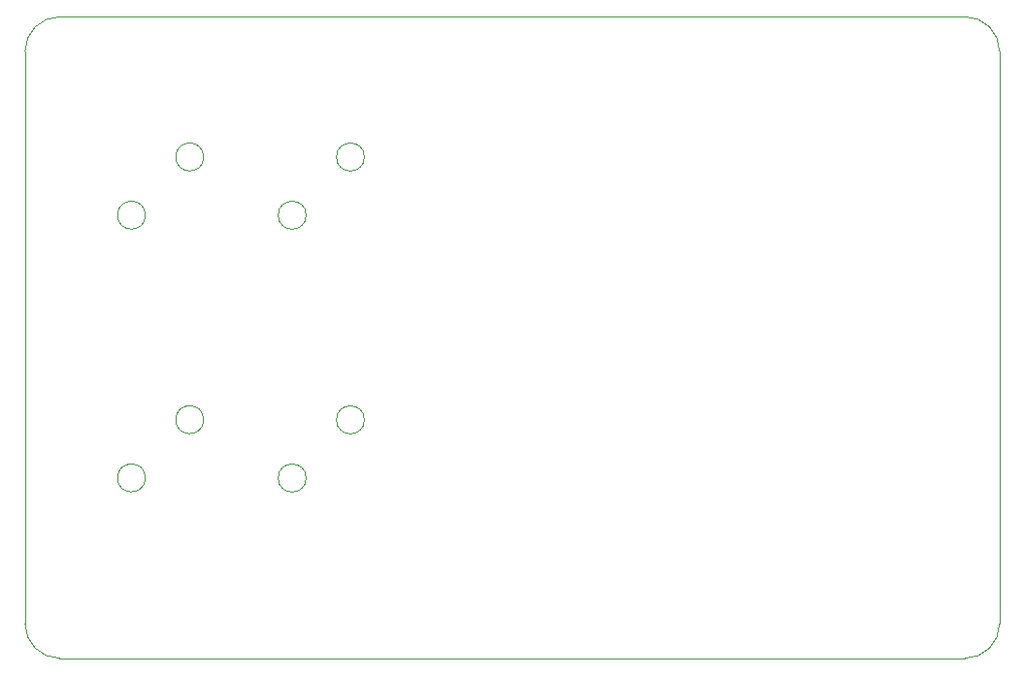
<source format=gm1>
%TF.GenerationSoftware,KiCad,Pcbnew,8.0.2*%
%TF.CreationDate,2024-09-16T20:23:21-04:00*%
%TF.ProjectId,fpga,66706761-2e6b-4696-9361-645f70636258,rev?*%
%TF.SameCoordinates,Original*%
%TF.FileFunction,Profile,NP*%
%FSLAX46Y46*%
G04 Gerber Fmt 4.6, Leading zero omitted, Abs format (unit mm)*
G04 Created by KiCad (PCBNEW 8.0.2) date 2024-09-16 20:23:21*
%MOMM*%
%LPD*%
G01*
G04 APERTURE LIST*
%TA.AperFunction,Profile*%
%ADD10C,0.120000*%
%TD*%
G04 APERTURE END LIST*
D10*
%TO.C,J9*%
X59759600Y-86936200D02*
X59759600Y-36936200D01*
X62759600Y-33936200D02*
X141759600Y-33936200D01*
X141759600Y-89936200D02*
X62759600Y-89936200D01*
X144759600Y-36936200D02*
X144759600Y-86936200D01*
X59759600Y-36936200D02*
G75*
G02*
X62759600Y-33936200I2999998J2D01*
G01*
X62759600Y-89936200D02*
G75*
G02*
X59759600Y-86936200I0J3000000D01*
G01*
X141759600Y-33936200D02*
G75*
G02*
X144759600Y-36936200I0J-3000000D01*
G01*
X144759600Y-86936200D02*
G75*
G02*
X141759600Y-89936200I-3000000J0D01*
G01*
%TO.C,SW2*%
X89358000Y-46177200D02*
G75*
G02*
X86918000Y-46177200I-1220000J0D01*
G01*
X86918000Y-46177200D02*
G75*
G02*
X89358000Y-46177200I1220000J0D01*
G01*
X84278000Y-51257200D02*
G75*
G02*
X81838000Y-51257200I-1220000J0D01*
G01*
X81838000Y-51257200D02*
G75*
G02*
X84278000Y-51257200I1220000J0D01*
G01*
%TO.C,SW8*%
X75337200Y-46177200D02*
G75*
G02*
X72897200Y-46177200I-1220000J0D01*
G01*
X72897200Y-46177200D02*
G75*
G02*
X75337200Y-46177200I1220000J0D01*
G01*
X70257200Y-51257200D02*
G75*
G02*
X67817200Y-51257200I-1220000J0D01*
G01*
X67817200Y-51257200D02*
G75*
G02*
X70257200Y-51257200I1220000J0D01*
G01*
%TO.C,SW6*%
X75335800Y-69111200D02*
G75*
G02*
X72895800Y-69111200I-1220000J0D01*
G01*
X72895800Y-69111200D02*
G75*
G02*
X75335800Y-69111200I1220000J0D01*
G01*
X70255800Y-74191200D02*
G75*
G02*
X67815800Y-74191200I-1220000J0D01*
G01*
X67815800Y-74191200D02*
G75*
G02*
X70255800Y-74191200I1220000J0D01*
G01*
%TO.C,SW7*%
X89356600Y-69120400D02*
G75*
G02*
X86916600Y-69120400I-1220000J0D01*
G01*
X86916600Y-69120400D02*
G75*
G02*
X89356600Y-69120400I1220000J0D01*
G01*
X84276600Y-74200400D02*
G75*
G02*
X81836600Y-74200400I-1220000J0D01*
G01*
X81836600Y-74200400D02*
G75*
G02*
X84276600Y-74200400I1220000J0D01*
G01*
%TD*%
M02*

</source>
